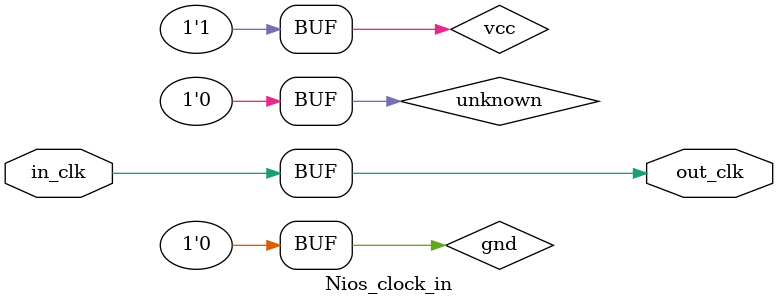
<source format=v>


// DATE "06/06/2019 16:25:10"

// 
// Device: Altera 10AT115S2F45E2SG Package FBGA1932
// 

// 
// This greybox netlist file is for third party Synthesis Tools
// for timing and resource estimation only.
// 


module Nios_clock_in (
	out_clk,
	in_clk)/* synthesis synthesis_greybox=0 */;
output 	out_clk;
input 	in_clk;

wire gnd;
wire vcc;
wire unknown;

assign gnd = 1'b0;
assign vcc = 1'b1;
// unknown value (1'bx) is not needed for this tool. Default to 1'b0
assign unknown = 1'b0;



assign out_clk = in_clk;

endmodule

</source>
